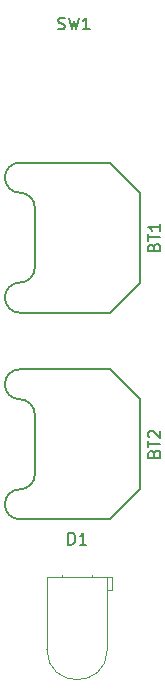
<source format=gbr>
G04 #@! TF.FileFunction,Legend,Top*
%FSLAX46Y46*%
G04 Gerber Fmt 4.6, Leading zero omitted, Abs format (unit mm)*
G04 Created by KiCad (PCBNEW 4.0.1-stable) date 2017/10/27 20:03:41*
%MOMM*%
G01*
G04 APERTURE LIST*
%ADD10C,0.100000*%
%ADD11C,0.150000*%
%ADD12C,0.120000*%
G04 APERTURE END LIST*
D10*
D11*
X146190000Y-64350000D02*
X144920000Y-64350000D01*
X146190000Y-55460000D02*
X146190000Y-60540000D01*
X144920000Y-61810000D02*
G75*
G03X146190000Y-60540000I0J1270000D01*
G01*
X144920000Y-61810000D02*
G75*
G03X143650000Y-63080000I0J-1270000D01*
G01*
X143650000Y-63080000D02*
G75*
G03X144920000Y-64350000I1270000J0D01*
G01*
X146190000Y-55460000D02*
G75*
G03X144920000Y-54190000I-1270000J0D01*
G01*
X143650000Y-52920000D02*
G75*
G03X144920000Y-54190000I1270000J0D01*
G01*
X144920000Y-51650000D02*
G75*
G03X143650000Y-52920000I0J-1270000D01*
G01*
X146190000Y-51650000D02*
X144920000Y-51650000D01*
X146190000Y-51650000D02*
X147460000Y-51650000D01*
X146190000Y-64350000D02*
X147460000Y-64350000D01*
X155080000Y-61810000D02*
X155080000Y-54190000D01*
X155080000Y-54190000D02*
X152540000Y-51650000D01*
X152540000Y-51650000D02*
X147460000Y-51650000D01*
X155080000Y-61810000D02*
X152540000Y-64350000D01*
X152540000Y-64350000D02*
X147460000Y-64350000D01*
X146190000Y-81850000D02*
X144920000Y-81850000D01*
X146190000Y-72960000D02*
X146190000Y-78040000D01*
X144920000Y-79310000D02*
G75*
G03X146190000Y-78040000I0J1270000D01*
G01*
X144920000Y-79310000D02*
G75*
G03X143650000Y-80580000I0J-1270000D01*
G01*
X143650000Y-80580000D02*
G75*
G03X144920000Y-81850000I1270000J0D01*
G01*
X146190000Y-72960000D02*
G75*
G03X144920000Y-71690000I-1270000J0D01*
G01*
X143650000Y-70420000D02*
G75*
G03X144920000Y-71690000I1270000J0D01*
G01*
X144920000Y-69150000D02*
G75*
G03X143650000Y-70420000I0J-1270000D01*
G01*
X146190000Y-69150000D02*
X144920000Y-69150000D01*
X146190000Y-69150000D02*
X147460000Y-69150000D01*
X146190000Y-81850000D02*
X147460000Y-81850000D01*
X155080000Y-79310000D02*
X155080000Y-71690000D01*
X155080000Y-71690000D02*
X152540000Y-69150000D01*
X152540000Y-69150000D02*
X147460000Y-69150000D01*
X155080000Y-79310000D02*
X152540000Y-81850000D01*
X152540000Y-81850000D02*
X147460000Y-81850000D01*
D12*
X152330000Y-92870000D02*
G75*
G02X147210000Y-92870000I-2560000J0D01*
G01*
X147210000Y-86710000D02*
X147210000Y-92870000D01*
X152330000Y-86710000D02*
X152330000Y-92870000D01*
X147210000Y-86710000D02*
X152330000Y-86710000D01*
X152730000Y-86710000D02*
X152730000Y-87830000D01*
X152730000Y-87830000D02*
X152330000Y-87830000D01*
X152330000Y-87830000D02*
X152330000Y-86710000D01*
X152330000Y-86710000D02*
X152730000Y-86710000D01*
X148500000Y-86580000D02*
X148500000Y-86710000D01*
X148500000Y-86710000D02*
X148500000Y-86710000D01*
X148500000Y-86710000D02*
X148500000Y-86580000D01*
X148500000Y-86580000D02*
X148500000Y-86580000D01*
X151040000Y-86580000D02*
X151040000Y-86710000D01*
X151040000Y-86710000D02*
X151040000Y-86710000D01*
X151040000Y-86710000D02*
X151040000Y-86580000D01*
X151040000Y-86580000D02*
X151040000Y-86580000D01*
D11*
X156278571Y-58785714D02*
X156326190Y-58642857D01*
X156373810Y-58595238D01*
X156469048Y-58547619D01*
X156611905Y-58547619D01*
X156707143Y-58595238D01*
X156754762Y-58642857D01*
X156802381Y-58738095D01*
X156802381Y-59119048D01*
X155802381Y-59119048D01*
X155802381Y-58785714D01*
X155850000Y-58690476D01*
X155897619Y-58642857D01*
X155992857Y-58595238D01*
X156088095Y-58595238D01*
X156183333Y-58642857D01*
X156230952Y-58690476D01*
X156278571Y-58785714D01*
X156278571Y-59119048D01*
X155802381Y-58261905D02*
X155802381Y-57690476D01*
X156802381Y-57976191D02*
X155802381Y-57976191D01*
X156802381Y-56833333D02*
X156802381Y-57404762D01*
X156802381Y-57119048D02*
X155802381Y-57119048D01*
X155945238Y-57214286D01*
X156040476Y-57309524D01*
X156088095Y-57404762D01*
X156278571Y-76285714D02*
X156326190Y-76142857D01*
X156373810Y-76095238D01*
X156469048Y-76047619D01*
X156611905Y-76047619D01*
X156707143Y-76095238D01*
X156754762Y-76142857D01*
X156802381Y-76238095D01*
X156802381Y-76619048D01*
X155802381Y-76619048D01*
X155802381Y-76285714D01*
X155850000Y-76190476D01*
X155897619Y-76142857D01*
X155992857Y-76095238D01*
X156088095Y-76095238D01*
X156183333Y-76142857D01*
X156230952Y-76190476D01*
X156278571Y-76285714D01*
X156278571Y-76619048D01*
X155802381Y-75761905D02*
X155802381Y-75190476D01*
X156802381Y-75476191D02*
X155802381Y-75476191D01*
X155897619Y-74904762D02*
X155850000Y-74857143D01*
X155802381Y-74761905D01*
X155802381Y-74523809D01*
X155850000Y-74428571D01*
X155897619Y-74380952D01*
X155992857Y-74333333D01*
X156088095Y-74333333D01*
X156230952Y-74380952D01*
X156802381Y-74952381D01*
X156802381Y-74333333D01*
X149031905Y-83992381D02*
X149031905Y-82992381D01*
X149270000Y-82992381D01*
X149412858Y-83040000D01*
X149508096Y-83135238D01*
X149555715Y-83230476D01*
X149603334Y-83420952D01*
X149603334Y-83563810D01*
X149555715Y-83754286D01*
X149508096Y-83849524D01*
X149412858Y-83944762D01*
X149270000Y-83992381D01*
X149031905Y-83992381D01*
X150555715Y-83992381D02*
X149984286Y-83992381D01*
X150270000Y-83992381D02*
X150270000Y-82992381D01*
X150174762Y-83135238D01*
X150079524Y-83230476D01*
X149984286Y-83278095D01*
X148166667Y-40324762D02*
X148309524Y-40372381D01*
X148547620Y-40372381D01*
X148642858Y-40324762D01*
X148690477Y-40277143D01*
X148738096Y-40181905D01*
X148738096Y-40086667D01*
X148690477Y-39991429D01*
X148642858Y-39943810D01*
X148547620Y-39896190D01*
X148357143Y-39848571D01*
X148261905Y-39800952D01*
X148214286Y-39753333D01*
X148166667Y-39658095D01*
X148166667Y-39562857D01*
X148214286Y-39467619D01*
X148261905Y-39420000D01*
X148357143Y-39372381D01*
X148595239Y-39372381D01*
X148738096Y-39420000D01*
X149071429Y-39372381D02*
X149309524Y-40372381D01*
X149500001Y-39658095D01*
X149690477Y-40372381D01*
X149928572Y-39372381D01*
X150833334Y-40372381D02*
X150261905Y-40372381D01*
X150547619Y-40372381D02*
X150547619Y-39372381D01*
X150452381Y-39515238D01*
X150357143Y-39610476D01*
X150261905Y-39658095D01*
M02*

</source>
